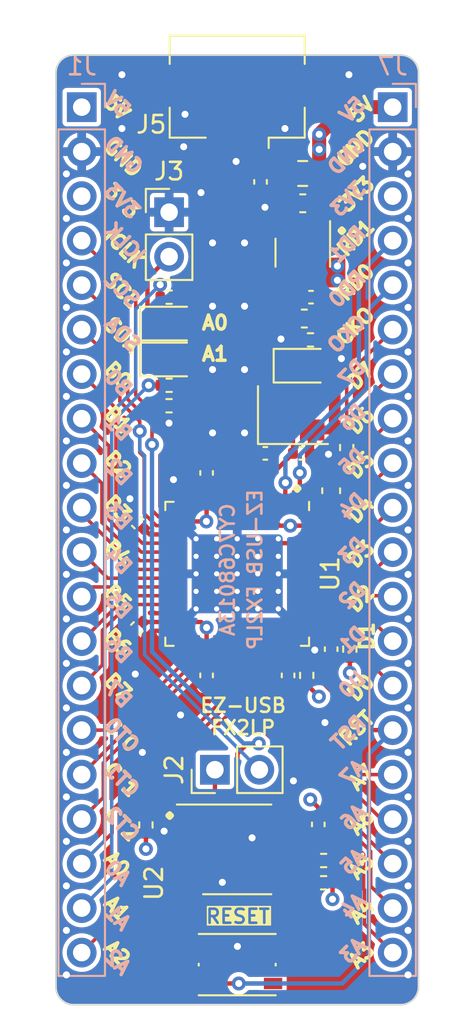
<source format=kicad_pcb>
(kicad_pcb (version 20221018) (generator pcbnew)
  (layers (0 "F.Cu" signal) (1 "In1.Cu" signal) (2 "In2.Cu" signal) (31 "B.Cu" signal) (34 "B.Paste" user) (35 "F.Paste" user) (36 "B.SilkS" user "B.Silkscreen") (37 "F.SilkS" user "F.Silkscreen") (38 "B.Mask" user) (39 "F.Mask" user) (44 "Edge.Cuts" user))
  (net 0 "")
  (net 1 "GND")
  (net 2 "Net-(U1-XTALOUT)")
  (net 3 "Net-(U1-XTALIN)")
  (net 4 "+3V3")
  (net 5 "+5V")
  (net 6 "/~{RESET}")
  (net 7 "Net-(D1-A)")
  (net 8 "Net-(D2-K)")
  (net 9 "Net-(D2-A)")
  (net 10 "Net-(D3-A)")
  (net 12 "VBUS")
  (net 13 "/D-")
  (net 14 "/D+")
  (net 15 "Net-(J2-Pin_1)")
  (net 16 "/SDA")
  (net 17 "Net-(U2-A0)")
  (net 18 "/SCL")
  (net 19 "/PA0")
  (net 20 "/PA1")
  (net 21 "/PA2")
  (net 22 "/WAKEUP")
  (net 23 "/RDY0")
  (net 24 "/RDY1")
  (net 25 "/IFCLK")
  (net 26 "/PB0")
  (net 27 "/PB1")
  (net 28 "/PB2")
  (net 29 "/PB3")
  (net 30 "/PB4")
  (net 31 "/PB5")
  (net 32 "/PB6")
  (net 33 "/PB7")
  (net 34 "/CTL0")
  (net 35 "/CTL1")
  (net 36 "/CTL2")
  (net 37 "/PA3")
  (net 38 "/PA4")
  (net 39 "/PA5")
  (net 40 "/PA6")
  (net 41 "/PA7")
  (net 42 "/CLKOUT")
  (net 43 "/PD0")
  (net 44 "/PD1")
  (net 45 "/PD2")
  (net 46 "/PD3")
  (net 47 "/PD4")
  (net 48 "/PD5")
  (net 49 "/PD6")
  (net 50 "/PD7")
  (net 51 "Net-(U1-CLKOUT)")
  (net 52 "Net-(U1-IFCLK)")
  (footprint "Package_TO_SOT_SMD:SOT-23-5" (layer "F.Cu") (at 149.8123 89.154 -90)
    (fp_text reference "U4" hide)
    (fp_text value "SPX3819M5-L-3-3")
  )
  (footprint "Capacitor_SMD:C_0402_1005Metric" (layer "F.Cu") (at 149.7304 100.6094 180)
    (fp_text reference "C1" hide)
    (fp_text value "14p")
  )
  (footprint "Resistor_SMD:R_0402_1005Metric" (layer "F.Cu") (at 151.003 125.1204 180)
    (fp_text reference "R2" hide)
    (fp_text value "2K2")
  )
  (footprint "Package_SO:SOIC-8_3.9x4.9mm_P1.27mm" (layer "F.Cu") (at 146.0624 123.2154)
    (fp_text reference "U2")
    (fp_text value "24LC64")
  )
  (footprint "Resistor_SMD:R_0402_1005Metric" (layer "F.Cu") (at 150.2523 94.1324 180)
    (fp_text reference "R4" hide)
    (fp_text value "1K")
  )
  (footprint "Resistor_SMD:R_0402_1005Metric" (layer "F.Cu") (at 142.1638 97.8916 180)
    (fp_text reference "R9" hide)
    (fp_text value "22")
  )
  (footprint "LED_SMD:LED_0805_2012Metric" (layer "F.Cu") (at 142.1892 93.2006)
    (fp_text reference "D2" hide)
    (fp_text value "RED")
  )
  (footprint "Capacitor_SMD:C_0402_1005Metric" (layer "F.Cu") (at 140.325789 110.575411 -135)
    (fp_text reference "C9" hide)
    (fp_text value "100n")
  )
  (footprint "Capacitor_SMD:C_0402_1005Metric" (layer "F.Cu") (at 150.2823 91.694 180)
    (fp_text reference "C18" hide)
    (fp_text value "100n")
  )
  (footprint "Capacitor_SMD:C_0402_1005Metric" (layer "F.Cu") (at 144.3124 113.284 -90)
    (fp_text reference "C6" hide)
    (fp_text value "100n")
  )
  (footprint "Fuse:Fuse_0805_2012Metric" (layer "F.Cu") (at 149.8069 84.6328 180)
    (fp_text reference "F1" hide)
    (fp_text value "500mA")
  )
  (footprint "Capacitor_SMD:C_0402_1005Metric" (layer "F.Cu") (at 144.3124 101.727 90)
    (fp_text reference "C4" hide)
    (fp_text value "100n")
  )
  (footprint "Resistor_SMD:R_0402_1005Metric" (layer "F.Cu") (at 152.5016 111.7854 90)
    (fp_text reference "R10" hide)
    (fp_text value "10K")
  )
  (footprint "Button_Switch_SMD:SW_Push_1P1T_NO_Vertical_Wuerth_434133025816" (layer "F.Cu") (at 146.0624 129.794)
    (fp_text reference "SW1" hide)
    (fp_text value "SW_Push")
  )
  (footprint "Package_DFN_QFN:QFN-56-1EP_8x8mm_P0.5mm_EP4.5x5.2mm_ThermalVias_TopTented" (layer "F.Cu") (at 146.0624 107.4862 -90)
    (fp_text reference "U1")
    (fp_text value "CY7C68013A-56LTX")
  )
  (footprint "Resistor_SMD:R_0402_1005Metric" (layer "F.Cu") (at 140.843 121.8204 90)
    (fp_text reference "R1" hide)
    (fp_text value "10K")
  )
  (footprint "Capacitor_SMD:C_0402_1005Metric" (layer "F.Cu") (at 148.971 113.284 -90)
    (fp_text reference "C13" hide)
    (fp_text value "100n")
  )
  (footprint "Capacitor_SMD:C_0603_1608Metric" (layer "F.Cu") (at 151.4348 102.743 90)
    (fp_text reference "C15" hide)
    (fp_text value "1u")
  )
  (footprint "Connector_USB:USB_Micro-B_Amphenol_10104110_Horizontal" (layer "F.Cu") (at 146.0624 80.929 180)
    (fp_text reference "J5")
    (fp_text value "USB_B_Micro")
  )
  (footprint "Capacitor_SMD:C_0603_1608Metric_Pad1.08x0.95mm_HandSolder" (layer "F.Cu") (at 149.8123 86.3346 180)
    (fp_text reference "C17" hide)
    (fp_text value "2u2")
  )
  (footprint "Resistor_SMD:R_0402_1005Metric" (layer "F.Cu") (at 142.1692 96.7232 180)
    (fp_text reference "R6" hide)
    (fp_text value "1K")
  )
  (footprint "Resistor_SMD:R_0402_1005Metric" (layer "F.Cu") (at 150.0378 113.284 90)
    (fp_text reference "R8" hide)
    (fp_text value "10K")
  )
  (footprint "Resistor_SMD:R_0402_1005Metric" (layer "F.Cu") (at 152.3238 100.2792 90)
    (fp_text reference "R7" hide)
    (fp_text value "22")
  )
  (footprint "Resistor_SMD:R_0402_1005Metric" (layer "F.Cu") (at 151.003 123.8504 180)
    (fp_text reference "R3" hide)
    (fp_text value "2K2")
  )
  (footprint "Capacitor_SMD:C_0402_1005Metric" (layer "F.Cu") (at 147.6704 100.6094)
    (fp_text reference "C2" hide)
    (fp_text value "14p")
  )
  (footprint "Connector_PinHeader_2.54mm:PinHeader_1x02_P2.54mm_Vertical" (layer "F.Cu") (at 144.7874 118.6688 90)
    (fp_text reference "J2")
    (fp_text value "Conn_01x02")
  )
  (footprint "Connector_PinHeader_2.54mm:PinHeader_1x02_P2.54mm_Vertical" (layer "F.Cu") (at 142.1692 86.8426)
    (fp_text reference "J3")
    (fp_text value "Conn_01x02")
  )
  (footprint "Capacitor_SMD:C_0402_1005Metric" (layer "F.Cu") (at 140.376589 104.562589 135)
    (fp_text reference "C7" hide)
    (fp_text value "100n")
  )
  (footprint "Capacitor_SMD:C_0402_1005Metric" (layer "F.Cu") (at 151.4348 111.7854 -90)
    (fp_text reference "C8" hide)
    (fp_text value "100n")
  )
  (footprint "LED_SMD:LED_0805_2012Metric" (layer "F.Cu") (at 142.1892 95.25)
    (fp_text reference "D3" hide)
    (fp_text value "RED")
  )
  (footprint "Resistor_SMD:R_0402_1005Metric" (layer "F.Cu") (at 142.1692 91.694 180)
    (fp_text reference "R5" hide)
    (fp_text value "1K")
  )
  (footprint "Crystal:Crystal_SMD_3225-4Pin_3.2x2.5mm" (layer "F.Cu") (at 149.2504 98.425)
    (fp_text reference "Y1" hide)
    (fp_text value "24MHz'")
  )
  (footprint "Capacitor_SMD:C_0402_1005Metric" (layer "F.Cu") (at 147.3962 85.1128 -90)
    (fp_text reference "C14" hide)
    (fp_text value "100n")
  )
  (footprint "Capacitor_SMD:C_0603_1608Metric_Pad1.08x0.95mm_HandSolder" (layer "F.Cu") (at 149.8998 92.9132 180)
    (fp_text reference "C19" hide)
    (fp_text value "4u7")
  )
  (footprint "Capacitor_SMD:C_0402_1005Metric" (layer "F.Cu") (at 150.6982 121.7904 -90)
    (fp_text reference "C3" hide)
    (fp_text value "100n")
  )
  (footprint "LED_SMD:LED_0805_2012Metric" (layer "F.Cu") (at 149.8323 95.6056)
    (fp_text reference "D1" hide)
    (fp_text value "GREEN")
  )
  (footprint "Connector_PinHeader_2.54mm:PinHeader_1x20_P2.54mm_Vertical" (layer "B.Cu") (at 137.1724 80.8466 180)
    (fp_text reference "J1")
    (fp_text value "Conn_01x20")
  )
  (footprint "Connector_PinHeader_2.54mm:PinHeader_1x20_P2.54mm_Vertical" (layer "B.Cu") (at 154.9524 80.8466 180)
    (fp_text reference "J7")
    (fp_text value "Conn_01x20")
  )
  (gr_arc (start 135.7004 78.8906) (mid 135.99798 78.17218) (end 136.7164 77.8746) (stroke (width 0.1)) (layer "Edge.Cuts"))
  (gr_line (start 136.7164 77.8746) (end 155.4084 77.8746) (stroke (width 0.1)) (layer "Edge.Cuts"))
  (gr_line (start 156.4244 78.8906) (end 156.4244 131.0626) (stroke (width 0.1)) (layer "Edge.Cuts"))
  (gr_arc (start 156.4244 131.0626) (mid 156.12682 131.78102) (end 155.4084 132.0786) (stroke (width 0.1)) (layer "Edge.Cuts"))
  (gr_line (start 135.7004 131.0626) (end 135.7004 78.8906) (stroke (width 0.1)) (layer "Edge.Cuts"))
  (gr_arc (start 136.7164 132.0786) (mid 135.99798 131.78102) (end 135.7004 131.0626) (stroke (width 0.1)) (layer "Edge.Cuts"))
  (gr_line (start 155.4084 132.0786) (end 136.7164 132.0786) (stroke (width 0.1)) (layer "Edge.Cuts"))
  (gr_arc (start 155.4084 77.8746) (mid 156.12682 78.17218) (end 156.4244 78.8906) (stroke (width 0.1)) (layer "Edge.Cuts"))
  (gr_text "A4" (at 153.6192 126.1872 45) (layer "B.SilkS") (effects (font (size 0.8 0.8) (thickness 0.2) bold) (justify left bottom mirror)))
  (gr_text "CT2" (at 140.00861 122.9614 -45) (layer "B.SilkS") (effects (font (size 0.8 0.8) (thickness 0.2) bold) (justify left bottom mirror)))
  (gr_text "D1" (at 153.6192 110.9472 45) (layer "B.SilkS") (effects (font (size 0.8 0.8) (thickness 0.2) bold) (justify left bottom mirror)))
  (gr_text "D3" (at 153.6192 105.8672 45) (layer "B.SilkS") (effects (font (size 0.8 0.8) (thickness 0.2) bold) (justify left bottom mirror)))
  (gr_text "GND" (at 153.6192 83.0072 45) (layer "B.SilkS") (effects (font (size 0.8 0.8) (thickness 0.2) bold) (justify left bottom mirror)))
  (gr_text "B3" (at 139.577612 105.1814 -45) (layer "B.SilkS") (effects (font (size 0.8 0.8) (thickness 0.2) bold) (justify left bottom mirror)))
  (gr_text "A6" (at 153.6192 121.1072 45) (layer "B.SilkS") (effects (font (size 0.8 0.8) (thickness 0.2) bold) (justify left bottom mirror)))
  (gr_text "3V3" (at 153.6192 85.5472 45) (layer "B.SilkS") (effects (font (size 0.8 0.8) (thickness 0.2) bold) (justify left bottom mirror)))
  (gr_text "CT1" (at 140.00861 120.4214 -45) (layer "B.SilkS") (effects (font (size 0.8 0.8) (thickness 0.2) bold) (justify left bottom mirror)))
  (gr_text "D2" (at 153.6192 108.4072 45) (layer "B.SilkS") (effects (font (size 0.8 0.8) (thickness 0.2) bold) (justify left bottom mirror)))
  (gr_text "RD0" (at 153.6192 90.6272 45) (layer "B.SilkS") (effects (font (size 0.8 0.8) (thickness 0.2) bold) (justify left bottom mirror)))
  (gr_text "SCL" (at 140.035548 92.4814 -45) (layer "B.SilkS") (effects (font (size 0.8 0.8) (thickness 0.2) bold) (justify left bottom mirror)))
  (gr_text "CKO" (at 153.6192 93.1672 45) (layer "B.SilkS") (effects (font (size 0.8 0.8) (thickness 0.2) bold) (justify left bottom mirror)))
  (gr_text "A3" (at 153.6192 128.7272 45) (layer "B.SilkS") (effects (font (size 0.8 0.8) (thickness 0.2) bold) (justify left bottom mirror)))
  (gr_text "A2" (at 139.4968 130.5814 -45) (layer "B.SilkS") (effects (font (size 0.8 0.8) (thickness 0.2) bold) (justify left bottom mirror)))
  (gr_text "D5" (at 153.6192 100.7872 45) (layer "B.SilkS") (effects (font (size 0.8 0.8) (thickness 0.2) bold) (justify left bottom mirror)))
  (gr_text "A0" (at 139.4968 125.5014 -45) (layer "B.SilkS") (effects (font (size 0.8 0.8) (thickness 0.2) bold) (justify left bottom mirror)))
  (gr_text "A5" (at 153.6192 123.6472 45) (layer "B.SilkS") (effects (font (size 0.8 0.8) (thickness 0.2) bold) (justify left bottom mirror)))
  (gr_text "B5" (at 139.577612 110.2614 -45) (layer "B.SilkS") (effects (font (size 0.8 0.8) (thickness 0.2) bold) (justify left bottom mirror)))
  (gr_text "B1" (at 139.577612 100.1014 -45) (layer "B.SilkS") (effects (font (size 0.8 0.8) (thickness 0.2) bold) (justify left bottom mirror)))
  (gr_text "B4" (at 139.577612 107.7214 -45) (layer "B.SilkS") (effects (font (size 0.8 0.8) (thickness 0.2) bold) (justify left bottom mirror)))
  (gr_text "D0" (at 153.6192 113.4872 45) (layer "B.SilkS") (effects (font (size 0.8 0.8) (thickness 0.2) bold) (justify left bottom mirror)))
  (gr_text "5V" (at 153.5938 80.7212 45) (layer "B.SilkS") (effects (font (size 0.8 0.8) (thickness 0.2) bold) (justify left bottom mirror)))
  (gr_text "A7" (at 153.6192 118.5672 45) (layer "B.SilkS") (effects (font (size 0.8 0.8) (thickness 0.2) bold) (justify left bottom mirror)))
  (gr_text "RST" (at 153.6192 116.0272 45) (layer "B.SilkS") (effects (font (size 0.8 0.8) (thickness 0.2) bold) (justify left bottom mirror)))
  (gr_text "SDA" (at 140.062485 95.0214 -45) (layer "B.SilkS") (effects (font (size 0.8 0.8) (thickness 0.2) bold) (justify left bottom mirror)))
  (gr_text "B7" (at 139.577612 115.3414 -45) (layer "B.SilkS") (effects (font (size 0.8 0.8) (thickness 0.2) bold) (justify left bottom mirror)))
  (gr_text "D7" (at 153.6192 95.7072 45) (layer "B.SilkS") (effects (font (size 0.8 0.8) (thickness 0.2) bold) (justify left bottom mirror)))
  (gr_text "B2" (at 139.577612 102.6414 -45) (layer "B.SilkS") (effects (font (size 0.8 0.8) (thickness 0.2) bold) (justify left bottom mirror)))
  (gr_text "5V" (at 139.4968 81.6102 -45) (layer "B.SilkS") (effects (font (size 0.8 0.8) (thickness 0.2) bold) (justify left bottom mirror)))
  (gr_text "B6" (at 139.577612 112.8014 -45) (layer "B.SilkS") (effects (font (size 0.8 0.8) (thickness 0.2) bold) (justify left bottom mirror)))
  (gr_text "B0" (at 139.577612 97.5614 -45) (layer "B.SilkS") (effects (font (size 0.8 0.8) (thickness 0.2) bold) (justify left bottom mirror)))
  (gr_text "EZ-USB FX2LP" (at 147.5486 102.578 90) (layer "B.SilkS") (effects (font (size 0.8 0.8)) (justify left bottom mirror)))
  (gr_text "A1" (at 139.4968 128.0414 -45) (layer "B.SilkS") (effects (font (size 0.8 0.8) (thickness 0.2) bold) (justify left bottom mirror)))
  (gr_text "CY7C68013A" (at 145.9738 103.378 90) (layer "B.SilkS") (effects (font (size 0.8 0.8)) (justify left bottom mirror)))
  (gr_text "RD1" (at 153.6192 88.0872 45) (layer "B.SilkS") (effects (font (size 0.8 0.8) (thickness 0.2) bold) (justify left bottom mirror)))
  (gr_text "ICLK" (at 140.331859 89.9414 -45) (layer "B.SilkS") (effects (font (size 0.8 0.8) (thickness 0.2) bold) (justify left bottom mirror)))
  (gr_text "D6" (at 153.6192 98.2472 45) (layer "B.SilkS") (effects (font (size 0.8 0.8) (thickness 0.2) bold) (justify left bottom mirror)))
  (gr_text "3V3" (at 140.035548 87.4014 -45) (layer "B.SilkS") (effects (font (size 0.8 0.8) (thickness 0.2) bold) (justify left bottom mirror)))
  (gr_text "GND" (at 140.197172 84.8614 -45) (layer "B.SilkS") (effects (font (size 0.8 0.8) (thickness 0.2) bold) (justify left bottom mirror)))
  (gr_text "D4" (at 153.6192 103.3272 45) (layer "B.SilkS") (effects (font (size 0.8 0.8) (thickness 0.2) bold) (justify left bottom mirror)))
  (gr_text "CT0" (at 140.00861 117.8814 -45) (layer "B.SilkS") (effects (font (size 0.8 0.8) (thickness 0.2) bold) (justify left bottom mirror)))
  (gr_text "B3" (at 138.2522 103.4542 315) (layer "F.SilkS") (effects (font (size 0.8 0.8) (thickness 0.2) bold) (justify left bottom)))
  (gr_text "A2" (at 138.2522 128.8542 315) (layer "F.SilkS") (effects (font (size 0.8 0.8) (thickness 0.2) bold) (justify left bottom)))
  (gr_text "B0" (at 138.2522 95.8342 315) (layer "F.SilkS") (effects (font (size 0.8 0.8) (thickness 0.2) bold) (justify left bottom)))
  (gr_text "A1" (at 143.9418 95.4024) (layer "F.SilkS") (effects (font (size 0.8 0.8) (thickness 0.2) bold) (justify left bottom)))
  (gr_text "." (at 151.3723 88.254) (layer "F.SilkS") (effects (font (size 2 2) (thickness 0.3) bold) (justify left bottom)))
  (gr_text "3V3" (at 152.358424 87.0204 45) (layer "F.SilkS") (effects (font (size 0.8 0.8) (thickness 0.2) bold) (justify left bottom)))
  (gr_text "5V" (at 152.897172 81.9404 45) (layer "F.SilkS") (effects (font (size 0.8 0.8) (thickness 0.2) bold) (justify left bottom)))
  (gr_text "FX2LP" (at 144.4752 116.7384) (layer "F.SilkS") (effects (font (size 0.8 0.8)) (justify left bottom)))
  (gr_text "CT2" (at 138.2522 121.2342 315) (layer "F.SilkS") (effects (font (size 0.8 0.8) (thickness 0.2) bold) (justify left bottom)))
  (gr_text "." (at 141.5288 121.6406) (layer "F.SilkS") (effects (font (size 2 2) (thickness 0.3) bold) (justify left bottom)))
  (gr_text "A7" (at 152.897172 120.0404 45) (layer "F.SilkS") (effects (font (size 0.8 0.8) (thickness 0.2) bold) (justify left bottom)))
  (gr_text "B1" (at 138.2522 98.3742 315) (layer "F.SilkS") (effects (font (size 0.8 0.8) (thickness 0.2) bold) (justify left bottom)))
  (gr_text "B5" (at 138.2522 108.5342 315) (layer "F.SilkS") (effects (font (size 0.8 0.8) (thickness 0.2) bold) (justify left bottom)))
  (gr_text "A3" (at 152.897172 130.2004 45) (layer "F.SilkS") (effects (font (size 0.8 0.8) (thickness 0.2) bold) (justify left bottom)))
  (gr_text "A0" (at 138.2522 123.7742 315) (layer "F.SilkS") (effects (font (size 0.8 0.8) (thickness 0.2) bold) (justify left bottom)))
  (gr_text "3V3" (at 138.2522 85.6742 315) (layer "F.SilkS") (effects (font (size 0.8 0.8) (thickness 0.2) bold) (justify left bottom)))
  (gr_text "RD1" (at 152.250675 89.5604 45) (layer "F.SilkS") (effects (font (size 0.8 0.8) (thickness 0.2) bold) (justify left bottom)))
  (gr_text "A1" (at 138.2522 126.3142 315) (layer "F.SilkS") (effects (font (size 0.8 0.8) (thickness 0.2) bold) (justify left bottom)))
  (gr_text "D6" (at 152.81636 99.7204 45) (layer "F.SilkS") (effects (font (size 0.8 0.8) (thickness 0.2) bold) (justify left bottom)))
  (gr_text "B6" (at 138.2522 111.0742 315) (layer "F.SilkS") (effects (font (size 0.8 0.8) (thickness 0.2) bold) (justify left bottom)))
  (gr_text "SCL" (at 138.2522 90.7542 315) (layer "F.SilkS") (effects (font (size 0.8 0.8) (thickness 0.2) bold) (justify left bottom)))
  (gr_text "B4" (at 138.2522 105.9942 315) (layer "F.SilkS") (effects (font (size 0.8 0.8) (thickness 0.2) bold) (justify left bottom)))
  (gr_text "A6" (at 152.897172 122.5804 45) (layer "F.SilkS") (effects (font (size 0.8 0.8) (thickness 0.2) bold) (justify left bottom)))
  (gr_text "D7" (at 152.81636 97.1804 45) (layer "F.SilkS") (effects (font (size 0.8 0.8) (thickness 0.2) bold) (justify left bottom)))
  (gr_text "RST" (at 152.385362 117.5004 45) (layer "F.SilkS") (effects (font (size 0.8 0.8) (thickness 0.2) bold) (justify left bottom)))
  (gr_text "RD0" (at 152.250675 92.1004 45) (layer "F.SilkS") (effects (font (size 0.8 0.8) (thickness 0.2) bold) (justify left bottom)))
  (gr_text "A0" (at 143.9418 93.6244) (layer "F.SilkS") (effects (font (size 0.8 0.8) (thickness 0.2) bold) (justify left bottom)))
  (gr_text "D0" (at 152.81636 114.9604 45) (layer "F.SilkS") (effects (font (size 0.8 0.8) (thickness 0.2) bold) (justify left bottom)))
  (gr_text "GND" (at 152.1968 84.4804 45) (layer "F.SilkS") (effects (font (size 0.8 0.8) (thickness 0.2) bold) (justify left bottom)))
  (gr_text "A5" (at 152.897172 125.1204 45) (layer "F.SilkS") (effects (font (size 0.8 0.8) (thickness 0.2) bold) (justify left bottom)))
  (gr_text "5V" (at 138.2522 80.5942 -45) (layer "F.SilkS") (effects (font (size 0.8 0.8) (thickness 0.2) bold) (justify left bottom)))
  (gr_text "GND" (at 138.2522 83.1342 315) (layer "F.SilkS") (effects (font (size 0.8 0.8) (thickness 0.2) bold) (justify left bottom)))
  (gr_text "D2" (at 152.81636 109.8804 45) (layer "F.SilkS") (effects (font (size 0.8 0.8) (thickness 0.2) bold) (justify left bottom)))
  (gr_text "CT0" (at 138.2522 116.1542 315) (layer "F.SilkS") (effects (font (size 0.8 0.8) (thickness 0.2) bold) (justify left bottom)))
  (gr_text "B2" (at 138.2522 100.9142 315) (layer "F.SilkS") (effects (font (size 0.8 0.8) (thickness 0.2) bold) (justify left bottom)))
  (gr_text "RESET" (at 144.1958 127.508) (layer "F.SilkS" knockout) (effects (font (size 0.8 0.8)) (justify left bottom)))
  (gr_text "CT1" (at 138.2522 118.6942 315) (layer "F.SilkS") (effects (font (size 0.8 0.8) (thickness 0.2) bold) (justify left bottom)))
  (gr_text "D1" (at 153.9494 111.9632 90) (layer "F.SilkS") (effects (font (size 0.8 0.8) (thickness 0.2) bold) (justify left bottom)))
  (gr_text "D3" (at 152.81636 107.3404 45) (layer "F.SilkS") (effects (font (size 0.8 0.8) (thickness 0.2) bold) (justify left bottom)))
  (gr_text "SDA" (at 138.2522 93.2942 315) (layer "F.SilkS") (effects (font (size 0.8 0.8) (thickness 0.2) bold) (justify left bottom)))
  (gr_text "D4" (at 152.81636 104.8004 45) (layer "F.SilkS") (effects (font (size 0.8 0.8) (thickness 0.2) bold) (justify left bottom)))
  (gr_text "ICLK" (at 138.2522 88.2142 315) (layer "F.SilkS") (effects (font (size 0.8 0.8) (thickness 0.2) bold) (justify left bottom)))
  (gr_text "EZ-USB" (at 143.865676 115.4684) (layer "F.SilkS") (effects (font (size 0.8 0.8)) (justify left bottom)))
  (gr_text "A4" (at 152.897172 127.6604 45) (layer "F.SilkS") (effects (font (size 0.8 0.8) (thickness 0.2) bold) (justify left bottom)))
  (gr_text "D5" (at 152.81636 102.2604 45) (layer "F.SilkS") (effects (font (size 0.8 0.8) (thickness 0.2) bold) (justify left bottom)))
  (gr_text "." (at 148.8186 102.9716) (layer "F.SilkS") (effects (font (size 2 2) (thickness 0.3) bold) (justify left bottom)))
  (gr_text "B7" (at 138.2522 113.6142 315) (layer "F.SilkS") (effects (font (size 0.8 0.8) (thickness 0.2) bold) (justify left bottom)))
  (gr_text "CKO" (at 152.1968 94.6404 45) (layer "F.SilkS") (effects (font (size 0.8 0.8) (thickness 0.2) bold) (justify left bottom)))
  (segment (start 146.4818 101.5238) (end 146.4818 99.441) (width 0.25) (layer "F.Cu") (net 1))
  (segment (start 149.8123 88.0165) (end 149.8123 87.1971) (width 0.6) (layer "F.Cu") (net 1))
  (segment (start 148.8124 109.8862) (end 148.4124 109.4862) (width 0.25) (layer "F.Cu") (net 1))
  (segment (start 144.8124 103.5487) (end 144.8124 102.736) (width 0.25) (layer "F.Cu") (net 1))
  (segment (start 146.8124 103.5487) (end 146.8124 101.8544) (width 0.25) (layer "F.Cu") (net 1))
  (segment (start 142.8124 103.5487) (end 142.8124 102.909) (width 0.25) (layer "F.Cu") (net 1))
  (segment (start 149.9999 105.7362) (end 147.8124 105.7362) (width 0.25) (layer "F.Cu") (net 1))
  (segment (start 142.1249 109.7362) (end 143.4624 109.7362) (width 0.25) (layer "F.Cu") (net 1))
  (segment (start 143.4624 109.7362) (end 143.7124 109.4862) (width 0.25) (layer "F.Cu") (net 1))
  (segment (start 142.8124 102.909) (end 142.4178 102.5144) (width 0.25) (layer "F.Cu") (net 1))
  (segment (start 143.8122 101.247) (end 144.3124 101.247) (width 0.25) (layer "F.Cu") (net 1))
  (segment (start 144.808 101.247) (end 144.3124 101.247) (width 0.25) (layer "F.Cu") (net 1))
  (segment (start 140.037178 104.223178) (end 139.9286 104.1146) (width 0.5) (layer "F.Cu") (net 1))
  (segment (start 142.4178 102.5144) (end 142.4178 102.108) (width 0.25) (layer "F.Cu") (net 1))
  (segment (start 148.8124 111.4237) (end 148.8124 109.8862) (width 0.25) (layer "F.Cu") (net 1))
  (segment (start 143.8124 103.5487) (end 143.8124 102.6898) (width 0.25) (layer "F.Cu") (net 1))
  (segment (start 143.6116 102.489) (end 143.6116 101.4476) (width 0.25) (layer "F.Cu") (net 1))
  (segment (start 144.9874 102.561) (end 144.9874 101.4264) (width 0.25) (layer "F.Cu") (net 1))
  (segment (start 142.1249 110.7362) (end 142.1249 111.3163) (width 0.25) (layer "F.Cu") (net 1))
  (segment (start 149.8123 87.1971) (end 148.9498 86.3346) (width 0.6) (layer "F.Cu") (net 1))
  (segment (start 146.8124 101.8544) (end 146.4818 101.5238) (width 0.25) (layer "F.Cu") (net 1))
  (segment (start 144.8124 102.736) (end 144.9874 102.561) (width 0.25) (layer "F.Cu") (net 1))
  (segment (start 144.9874 101.4264) (end 144.808 101.247) (width 0.25) (layer "F.Cu") (net 1))
  (segment (start 143.8124 102.6898) (end 143.6116 102.489) (width 0.25) (layer "F.Cu") (net 1))
  (segment (start 147.8124 105.7362) (end 146.0624 107.4862) (width 0.25) (layer "F.Cu") (net 1))
  (segment (start 139.9286 104.1146) (end 139.9286 103.2002) (width 0.5) (layer "F.Cu") (net 1))
  (segment (start 142.1249 111.3163) (end 140.2334 113.2078) (width 0.25) (layer "F.Cu") (net 1))
  (segment (start 143.6116 101.4476) (end 143.8122 101.247) (width 0.25) (layer "F.Cu") (net 1))
  (via (at 136.2964 102.4382) (size 0.8) (drill 0.4) (layers "F.Cu" "B.Cu") (net 1))
  (via (at 142.4178 102.108) (size 0.8) (drill 0.4) (layers "F.Cu" "B.Cu") (net 1))
  (via (at 136.2964 92.2782) (size 0.8) (drill 0.4) (layers "F.Cu" "B.Cu") (net 1))
  (via (at 136.2964 94.8182) (size 0.8) (drill 0.4) (layers "F.Cu" "B.Cu") (net 1))
  (via (at 155.829 112.5982) (size 0.8) (drill 0.4) (layers "F.Cu" "B.Cu") (net 1))
  (via (at 155.829 125.2982) (size 0.8) (drill 0.4) (layers "F.Cu" "B.Cu") (net 1))
  (via (at 144.653 99.441) (size 0.8) (drill 0.4) (layers "F.Cu" "B.Cu") (net 1))
  (via (at 136.2964 104.9782) (size 0.8) (drill 0.4) (layers "F.Cu" "B.Cu") (net 1))
  (via (at 145.9992 83.947) (size 0.8) (drill 0.4) (layers "F.Cu" "B.Cu") (net 1))
  (via (at 155.829 110.0582) (size 0.8) (drill 0.4) (layers "F.Cu" "B.Cu") (net 1))
  (via (at 152.019 95.1992) (size 0.8) (drill 0.4) (layers "F.Cu" "B.Cu") (net 1))
  (via (at 136.2964 117.6782) (size 0.8) (drill 0.4) (layers "F.Cu" "B.Cu") (net 1))
  (via (at 139.9286 103.2002) (size 0.8) (drill 0.4) (layers "F.Cu" "B.Cu") (net 1))
  (via (at 136.2964 89.7382) (size 0.8) (drill 0.4) (layers "F.Cu" "B.Cu") (net 1))
  (via (at 144.653 95.825732) (size 0.8) (drill 0.4) (layers "F.Cu" "B.Cu") (net 1))
  (via (at 144.653 88.5952) (size 0.8) (drill 0.4) (layers "F.Cu" "B.Cu") (net 1))
  (via (at 155.829 89.7382) (size 0.8) (drill 0.4) (layers "F.Cu" "B.Cu") (net 1))
  (via (at 146.4818 95.825732) (size 0.8) (drill 0.4) (layers "F.Cu" "B.Cu") (net 1))
  (via (at 155.829 94.8182) (size 0.8) (drill 0.4) (layers "F.Cu" "B.Cu") (net 1))
  (via (at 155.829 87.1982) (size 0.8) (drill 0.4) (layers "F.Cu" "B.Cu") (net 1))
  (via (at 155.829 117.6782) (size 0.8) (drill 0.4) (layers "F.Cu" "B.Cu") (net 1))
  (via (at 136.2964 107.5182) (size 0.8) (drill 0.4) (layers "F.Cu" "B.Cu") (net 1))
  (via (at 155.829 104.9782) (size 0.8) (drill 0.4) (layers "F.Cu" "B.Cu") (net 1))
  (via (at 152.4508 78.994) (size 0.8) (drill 0.4) (layers "F.Cu" "B.Cu") (net 1))
  (via (at 136.2964 112.5982) (size 0.8) (drill 0.4) (layers "F.Cu" "B.Cu") (net 1))
  (via (at 151.2824 100.6602) (size 0.8) (drill 0.4) (layers "F.Cu" "B.Cu") (net 1))
  (via (at 136.2964 87.1982) (size 0.8) (drill 0.4) (layers "F.Cu" "B.Cu") (net 1))
  (via (at 148.5646 94.0816) (size 0.8) (drill 0.4) (layers "F.Cu" "B.Cu") (net 1))
  (via (at 136.2964 122.7582) (size 0.8) (drill 0.4) (layers "F.Cu" "B.Cu") (net 1))
  (via (at 155.829 92.2782) (size 0.8) (drill 0.4) (layers "F.Cu" "B.Cu") (net 1))
  (via (at 136.2964 130.3782) (size 0.8) (drill 0.4) (layers "F.Cu" "B.Cu") (net 1))
  (via (at 148.7932 82.0674) (size 0.8) (drill 0.4) (layers "F.Cu" "B.Cu") (net 1))
  (via (at 147.6502 86.5632) (size 0.8) (drill 0.4) (layers "F.Cu" "B.Cu") (net 1))
  (via (at 140.6398 117.6782) (size 0.8) (drill 0.4) (layers "F.Cu" "B.Cu") (net 1))
  (via (at 146.9136 122.555) (size 0.8) (drill 0.4) (layers "F.Cu" "B.Cu") (net 1))
  (via (at 143.0782 81.2546) (size 0.8) (drill 0.4) (layers "F.Cu" "B.Cu") (net 1))
  (via (at 155.829 107.5182) (size 0.8) (drill 0.4) (layers "F.Cu" "B.Cu") (net 1))
  (via (at 136.2964 125.2982) (size 0.8) (drill 0.4) (layers "F.Cu" "B.Cu") (net 1))
  (via (at 144.653 92.210466) (size 0.8) (drill 0.4) (layers "F.Cu" "B.Cu") (net 1))
  (via (at 146.4818 99.441) (size 0.8) (drill 0.4) (layers "F.Cu" "B.Cu") (net 1))
  (via (at 136.2964 97.3582) (size 0.8) (drill 0.4) (layers "F.Cu" "B.Cu") (net 1))
  (via (at 136.2964 84.6582) (size 0.8) (drill 0.4) (layers "F.Cu" "B.Cu") (net 1))
  (via (at 146.0754 128.7526) (size 0.8) (drill 0.4) (layers "F.Cu" "B.Cu") (net 1))
  (via (at 155.829 120.2182) (size 0.8) (drill 0.4) (layers "F.Cu" "B.Cu") (net 1))
  (via (at 141.8844 122.174) (size 0.8) (drill 0.4) (layers "F.Cu" "B.Cu") (net 1))
  (via (at 136.2964 110.0582) (size 0.8) (drill 0.4) (layers "F.Cu" "B.Cu") (net 1))
  (via (at 143.9926 85.725) (size 0.8) (drill 0.4) (layers "F.Cu" "B.Cu") (net 1))
  (via (at 146.4818 88.5952) (size 0.8) (drill 0.4) (layers "F.Cu" "B.Cu") (net 1))
  (via (at 140.2334 113.2078) (size 0.8) (drill 0.4) (layers "F.Cu" "B.Cu") (net 1))
  (via (at 149.2758 119.3038) (size 0.8) (drill 0.4) (layers "F.Cu" "B.Cu") (net 1))
  (via (at 153.2382 84.2264) (size 0.8) (drill 0.4) (layers "F.Cu" "B.Cu") (net 1))
  (via (at 136.2964 115.1382) (size 0.8) (drill 0.4) (layers "F.Cu" "B.Cu") (net 1))
  (via (at 139.4714 78.994) (size 0.8) (drill 0.4) (layers "F.Cu" "B.Cu") (net 1))
  (via (at 151.0792 115.9764) (size 0.8) (drill 0.4) (layers "F.Cu" "B.Cu") (net 1))
  (via (at 155.829 102.4382) (size 0.8) (drill 0.4) (layers "F.Cu" "B.Cu") (net 1))
  (via (at 155.829 84.6582) (size 0.8) (drill 0.4) (layers "F.Cu" "B.Cu") (net 1))
  (via (at 155.829 127.8382) (size 0.8) (drill 0.4) (layers "F.Cu" "B.Cu") (net 1))
  (via (at 142.8242 115.5446) (size 0.8) (drill 0.4) (layers "F.Cu" "B.Cu") (net 1))
  (via (at 143.002 83.1088) (size 0.8) (drill 0.4) (layers "F.Cu" "B.Cu") (net 1))
  (via (at 155.829 115.1382) (size 0.8) (drill 0.4) (layers "F.Cu" "B.Cu") (net 1))
  (via (at 139.4714 82.0674) (size 0.8) (drill 0.4) (layers "F.Cu" "B.Cu") (net 1))
  (via (at 155.829 122.7582) (size 0.8) (drill 0.4) (layers "F.Cu" "B.Cu") (net 1))
  (via (at 155.829 99.8982) (size 0.8) (drill 0.4) (layers "F.Cu" "B.Cu") (net 1))
  (via (at 136.2964 120.2182) (size 0.8) (drill 0.4) (layers "F.Cu" "B.Cu") (net 1))
  (via (at 136.2964 127.8382) (size 0.8) (drill 0.4) (layers "F.Cu" "B.Cu") (net 1))
  (via (at 136.2964 99.8982) (size 0.8) (drill 0.4) (layers "F.Cu" "B.Cu") (net 1))
  (via (at 142.1638 98.8822) (size 0.8) (drill 0.4) (layers "F.Cu" "B.Cu") (net 1))
  (via (at 155.829 130.3782) (size 0.8) (drill 0.4) (layers "F.Cu" "B.Cu") (net 1))
  (via (at 150.495 111.8362) (size 0.8) (drill 0.4) (layers "F.Cu" "B.Cu") (net 1))
  (via (at 155.829 97.3582) (size 0.8) (drill 0.4) (layers "F.Cu" "B.Cu") (net 1))
  (via (at 146.4818 92.210466) (size 0.8) (drill 0.4) (layers "F.Cu" "B.Cu") (net 1))
  (via (at 145.2118 125.095) (size 0.8) (drill 0.4) (layers "F.Cu" "B.Cu") (net 1))
  (segment (start 150.1004 97.575) (end 150.3504 97.575) (width 0.25) (layer "F.Cu") (net 2))
  (segment (start 147.8124 102.0474) (end 149.2504 100.6094) (width 0.25) (layer "F.Cu") (net 2))
  (segment (start 147.8124 103.5487) (end 147.8124 102.0474) (width 0.25) (layer "F.Cu") (net 2))
  (segment (start 149.2504 100.6094) (end 149.2504 98.425) (width 0.25) (layer "F.Cu") (net 2))
  (segment (start 149.2504 98.425) (end 150.1004 97.575) (width 0.25) (layer "F.Cu") (net 2))
  (segment (start 147.3124 101.455009) (end 148.1504 100.617009) (width 0.25) (layer "F.Cu") (net 3))
  (segment (start 148.1504 100.6094) (end 148.1504 99.275) (width 0.25) (layer "F.Cu") (net 3))
  (segment (start 148.1504 100.617009) (end 148.1504 100.6094) (width 0.25) (layer "F.Cu") (net 3))
  (segment (start 147.3124 103.5487) (end 147.3124 101.455009) (width 0.25) (layer "F.Cu") (net 3))
  (segment (start 148.3124 104.134208) (end 148.3124 104.5446) (width 0.25) (layer "F.Cu") (net 4))
  (segment (start 140.843 122.3304) (end 140.843 123.19) (width 0.25) (layer "F.Cu") (net 4))
  (segment (start 148.496408 104.7362) (end 148.308604 104.548396) (width 0.25) (layer "F.Cu") (net 4))
  (segment (start 150.6982 120.8278) (end 150.241 120.3706) (width 0.25) (layer "F.Cu") (net 4))
  (segment (start 144.3124 111.4237) (end 144.3124 110.552002) (width 0.25) (layer "F.Cu") (net 4))
  (segment (start 152.5016 112.2954) (end 151.5116 111.3054) (width 0.25) (layer "F.Cu") (net 4))
  (segment (start 150.8656 110.7362) (end 151.4348 111.3054) (width 0.25) (layer "F.Cu") (net 4))
  (segment (start 149.9999 104.7362) (end 148.496408 104.7362) (width 0.25) (layer "F.Cu") (net 4))
  (segment (start 141.0502 105.2362) (end 140.716 104.902) (width 0.25) (layer "F.Cu") (net 4))
  (segment (start 142.7694 105.2362) (end 143.51 104.4956) (width 0.25) (layer "F.Cu") (net 4))
  (segment (start 150.7623 91.694) (end 150.7623 92.9132) (width 0.6) (layer "F.Cu") (net 4))
  (segment (start 149.9999 110.7362) (end 150.8656 110.7362) (width 0.25) (layer "F.Cu") (net 4))
  (segment (start 148.3124 104.134208) (end 148.3124 103.5487) (width 0.25) (layer "F.Cu") (net 4))
  (segment (start 143.51 104.4956) (end 144.2974 104.4956) (width 0.25) (layer "F.Cu") (net 4))
  (segment (start 148.103408 104.3432) (end 148.3124 104.134208) (width 0.25) (layer "F.Cu") (net 4))
  (segment (start 150.6982 121.3104) (end 150.6982 120.8278) (width 0.25) (layer "F.Cu") (net 4))
  (segment (start 144.3124 103.5487) (end 144.3124 104.4806) (width 0.25) (layer "F.Cu") (net 4))
  (segment (start 150.7623 90.2915) (end 150.7623 91.694) (width 0.6) (layer "F.Cu") (net 4))
  (segment (start 152.5016 112.2954) (end 152.5016 113.1316) (width 0.25) (layer "F.Cu") (net 4))
  (segment (start 148.308604 104.548396) (end 148.103408 104.3432) (width 0.25) (layer "F.Cu") (net 4))
  (segment (start 142.1249 105.2362) (end 142.7694 105.2362) (width 0.25) (layer "F.Cu") (net 4))
  (segment (start 150.7623 94.1324) (end 150.7623 92.9132) (width 0.25) (layer "F.Cu") (net 4))
  (segment (start 151.513 126.0582) (end 151.511 126.0602) (width 0.25) (layer "F.Cu") (net 4))
  (segment (start 149.9999 104.7362) (end 150.991 104.7362) (width 0.25) (layer "F.Cu") (net 4))
  (segment (start 142.1249 110.2362) (end 140.6654 110.2362) (width 0.25) (layer "F.Cu") (net 4))
  (segment (start 142.1249 105.2362) (end 141.0502 105.2362) (width 0.25) (layer "F.Cu") (net 4))
  (segment (start 151.5116 111.3054) (end 151.4348 111.3054) (width 0.25) (layer "F.Cu") (net 4))
  (segment (start 150.0378 113.794) (end 150.0378 113.798598) (width 0.25) (layer "F.Cu") (net 4))
  (segment (start 151.513 123.8504) (end 151.513 125.1204) (width 0.25) (layer "F.Cu") (net 4))
  (segment (start 144.3124 104.4806) (end 144.2974 104.4956) (width 0.25) (layer "F.Cu") (net 4))
  (segment (start 140.6654 110.2362) (end 140.6652 110.236) (width 0.25) (layer "F.Cu") (net 4))
  (segment (start 150.991 104.7362) (end 151.4348 104.2924) (width 0.25) (layer "F.Cu") (net 4))
  (segment (start 144.3124 110.552002) (end 144.313482 110.55092) (width 0.25) (layer "F.Cu") (net 4))
  (segment (start 151.4348 104.2924) (end 151.4348 103.518) (width 0.25) (layer "F.Cu") (net 4))
  (segment (start 150.6982 121.3104) (end 148.5374 121.3104) (width 0.25) (layer "F.Cu") (net 4))
  (segment (start 148.3124 104.5446) (end 148.308604 104.548396) (width 0.25) (layer "F.Cu") (net 4))
  (segment (start 144.3124 112.804) (end 144.3124 111.4237) (width 0.25) (layer "F.Cu") (net 4))
  (segment (start 144.3124 102.207) (end 144.3124 103.5487) (width 0.25) (layer "F.Cu") (net 4))
  (segment (start 146.621392 104.3432) (end 148.103408 104.3432) (width 0.25) (layer "F.Cu") (net 4))
  (segment (start 142.1249 110.2362) (end 143.998762 110.2362) (width 0.25) (layer "F.Cu") (net 4))
  (segment (start 143.998762 110.2362) (end 144.313482 110.55092) (width 0.25) (layer "F.Cu") (net 4))
  (segment (start 146.3124 104.034208) (end 146.621392 104.3432) (width 0.25) (layer "F.Cu") (net 4))
  (segment (start 146.3124 103.5487) (end 146.3124 104.034208) (width 0.25) (layer "F.Cu") (net 4))
  (segment (start 150.0378 113.798598) (end 150.733001 114.493799) (width 0.25) (layer "F.Cu") (net 4))
  (segment (start 151.513 125.1204) (end 151.513 126.0582) (width 0.25) (layer "F.Cu") (net 4))
  (via (at 140.843 123.19) (size 0.8) (drill 0.4) (layers "F.Cu" "B.Cu") (net 4))
  (via (at 144.313482 110.55092) (size 0.8) (drill 0.4) (layers "F.Cu" "B.Cu") (net 4))
  (via (at 152.5016 113.1316) (size 0.8) (drill 0.4) (layers "F.Cu" "B.Cu") (net 4))
  (via (at 144.2974 104.4956) (size 0.8) (drill 0.4) (layers "F.Cu" "B.Cu") (net 4))
  (via (at 151.511 126.0602) (size 0.8) (drill 0.4) (layers "F.Cu" "B.Cu") (net 4))
  (via (at 151.7904 89.916) (size 0.8) (drill 0.4) (layers "F.Cu" "B.Cu") (net 4))
  (via (at 151.7904 90.7288) (size 0.8) (drill 0.4) (layers "F.Cu" "B.Cu") (net 4))
  (via (at 149.098 104.7362) (size 0.8) (drill 0.4) (layers "F.Cu" "B.Cu") (net 4))
  (via (at 150.733001 114.493799) (size 0.8) (drill 0.4) (layers "F.Cu" "B.Cu") (net 4))
  (via (at 150.241 120.3706) (size 0.8) (drill 0.4) (layers "F.Cu" "B.Cu") (net 4))
  (segment (start 150.7444 85.568) (end 150.749 85.5726) (width 0.4) (layer "F.Cu") (net 5))
  (segment (start 152.3 80.8466) (end 154.9524 80.8466) (width 0.8) (layer "F.Cu") (net 5))
  (segment (start 150.749 84.6282) (end 150.7444 84.6328) (width 0.8) (layer "F.Cu") (net 5))
  (segment (start 150.136051 89.027) (end 150.7623 88.400751) (width 0.25) (layer "F.Cu") (net 5))
  (segment (start 150.7623 88.400751) (end 150.7623 88.0165) (width 0.25) (layer "F.Cu") (net 5))
  (segment (start 149.488549 89.027) (end 150.136051 89.027) (width 0.25) (layer "F.Cu") (net 5))
  (segment (start 150.7444 86.265) (end 150.6748 86.3346) (width 0.4) (layer "F.Cu") (net 5))
  (segment (start 150.7623 88.0165) (end 150.7623 86.4221) (width 0.6) (layer "F.Cu") (net 5))
  (segment (start 150.749 82.3976) (end 150.749 84.6282) (width 0.8) (layer "F.Cu") (net 5))
  (segment (start 150.7623 86.4221) (end 150.6748 86.3346) (width 0.6) (layer "F.Cu") (net 5))
  (segment (start 148.8623 88.0165) (end 148.8623 88.400751) (width 0.25) (layer "F.Cu") (net 5))
  (segment (start 150.749 82.3976) (end 152.3 80.8466) (width 0.8) (layer "F.Cu") (net 5))
  (segment (start 150.749 85.5726) (end 150.7444 85.5772) (width 0.4) (layer "F.Cu") (net 5))
  (segment (start 150.7444 85.5772) (end 150.7444 86.265) (width 0.4) (layer "F.Cu") (net 5))
  (segment (start 148.8623 88.400751) (end 149.488549 89.027) (width 0.25) (layer "F.Cu") (net 5))
  (segment (start 150.7444 84.6328) (end 150.7444 85.568) (width 0.4) (layer "F.Cu") (net 5))
  (via (at 150.749 83.2612) (size 0.8) (drill 0.4) (layers "F.Cu" "B.Cu") (net 5))
  (via (at 150.749 82.3976) (size 0.8) (drill 0.4) (layers "F.Cu" "B.Cu") (net 5))
  (segment (start 150.0078 112.804) (end 150.0378 112.774) (width 0.25) (layer "F.Cu") (net 6))
  (segment (start 148.971 112.395) (end 148.971 112.804) (width 0.25) (layer "F.Cu") (net 6))
  (segment (start 150.0378 112.774) (end 153.6704 116.4066) (width 0.25) (layer "F.Cu") (net 6))
  (segment (start 148.971 112.804) (end 150.0078 112.804) (width 0.25) (layer "F.Cu") (net 6))
  (segment (start 149.3124 111.4237) (end 149.3124 112.0536) (width 0.25) (layer "F.Cu") (net 6))
  (segment (start 153.6704 116.4066) (end 154.9524 116.4066) (width 0.25) (layer "F.Cu") (net 6))
  (segment (start 149.3124 112.0536) (end 148.971 112.395) (width 0.25) (layer "F.Cu") (net 6))
  (segment (start 143.9874 130.869) (end 148.1124 130.869) (width 0.25) (layer "F.Cu") (net 6))
  (via (at 146.1516 130.869) (size 0.8) (drill 0.4) (layers "F.Cu" "B.Cu") (net 6))
  (segment (start 152.0616 130.869) (end 153.5938 129.3368) (width 0.25) (layer "B.Cu") (net 6))
  (segment (start 146.1516 130.869) (end 152.0616 130.869) (width 0.25) (layer "B.Cu") (net 6))
  (segment (start 153.5938 129.3368) (end 153.5938 117.7652) (width 0.25) (layer "B.Cu") (net 6))
  (segment (start 153.5938 117.7652) (end 154.9524 116.4066) (width 0.25) (layer "B.Cu") (net 6))
  (segment (start 149.7423 94.5781) (end 150.7698 95.6056) (width 0.25) (layer "F.Cu") (net 7))
  (segment (start 149.7423 94.1324) (end 149.7423 94.5781) (width 0.25) (layer "F.Cu") (net 7))
  (segment (start 141.2517 93.2006) (end 140.9308 92.8797) (width 0.25) (layer "F.Cu") (net 8))
  (segment (start 141.2517 95.25) (end 141.2517 93.2006) (width 0.25) (layer "F.Cu") (net 8))
  (segment (start 141.2517 93.2006) (end 141.2517 93.2942) (width 0.25) (layer "F.Cu") (net 8))
  (segment (start 140.9308 92.8797) (end 140.9308 90.621) (width 0.25) (layer "F.Cu") (net 8))
  (segment (start 140.9308 90.621) (end 142.1692 89.3826) (width 0.25) (layer "F.Cu") (net 8))
  (segment (start 143.1267 92.1415) (end 142.6792 91.694) (width 0.25) (layer "F.Cu") (net 9))
  (segment (start 143.1267 93.2006) (end 143.1267 92.1415) (width 0.25) (layer "F.Cu") (net 9))
  (segment (start 143.1267 96.2757) (end 142.6792 96.7232) (width 0.25) (layer "F.Cu") (net 10))
  (segment (start 143.1267 95.25) (end 143.1267 96.2757) (width 0.25) (layer "F.Cu") (net 10))
  (segment (start 147.3624 84.599) (end 147.3962 84.6328) (width 0.4) (layer "F.Cu") (net 12))
  (segment (start 147.3624 82.479) (end 147.3624 84.599) (width 0.4) (layer "F.Cu") (net 12))
  (segment (start 147.3962 84.6328) (end 148.8694 84.6328) (width 0.4) (layer "F.Cu") (net 12))
  (segment (start 145.3874 102.817449) (end 145.3124 102.892449) (width 0.15) (layer "F.Cu") (net 13))
  (segment (start 145.929616 80.992235) (end 144.443184 80.992235) (width 0.15) (layer "F.Cu") (net 13))
  (segment (start 144.034293 84.718781) (end 145.153086 85.837574) (width 0.15) (layer "F.Cu") (net 13))
  (segment (start 144.08963 81.138682) (end 143.887846 81.340466) (width 0.15) (layer "F.Cu") (net 13))
  (segment (start 146.7124 82.479) (end 146.7124 81.979) (width 0.15) (layer "F.Cu") (net 13))
  (segment (start 146.415953 81.271465) (end 146.283169 81.138681) (width 0.15) (layer "F.Cu") (net 13))
  (segment (start 146.7124 81.979) (end 146.5624 81.829) (width 0.15) (layer "F.Cu") (net 13))
  (segment (start 145.3874 86.403259) (end 145.3874 102.817449) (width 0.15) (layer "F.Cu") (net 13))
  (segment (start 146.5624 81.829) (end 146.5624 81.625019) (width 0.15) (layer "F.Cu") (net 13))
  (segment (start 143.7414 81.694019) (end 143.7414 84.011674) (width 0.15) (layer "F.Cu") (net 13))
  (segment (start 145.3124 102.892449) (end 145.3124 103.5487) (width 0.15) (layer "F.Cu") (net 13))
  (arc (start 144.034293 84.718781) (mid 143.81752 84.394358) (end 143.7414 84.011674) (width 0.15) (layer "F.Cu") (net 13))
  (arc (start 143.7414 81.694019) (mid 143.77946 81.502678) (end 143.887846 81.340466) (width 0.15) (layer "F.Cu") (net 13))
  (arc (start 146.283169 81.138681) (mid 146.120957 81.030295) (end 145.929616 80.992235) (width 0.15) (layer "F.Cu") (net 13))
  (arc (start 145.3874 86.403259) (mid 145.326504 86.097113) (end 145.153086 85.837574) (width 0.15) (layer "F.Cu") (net 13))
  (arc (start 146.415953 81.271465) (mid 146.52434 81.433677) (end 146.5624 81.625019) (width 0.15) (layer "F.Cu") (net 13))
  (arc (start 144.443184 80.992235) (mid 144.251842 81.030295) (end 144.08963 81.138682) (width 0.15) (layer "F.Cu") (net 13))
  (segment (start 145.425375 84.879218) (end 145.269671 85.034919) (width 0.15) (layer "F.Cu") (net 14))
  (segment (start 144.293185 81.430103) (end 144.179268 81.54402) (width 0.15) (layer "F.Cu") (net 14))
  (segment (start 145.269672 85.459184) (end 145.444507 85.634019) (width 0.15) (layer "F.Cu") (net 14))
  (segment (start 145.867483 81.342235) (end 144.505317 81.342235) (width 0.15) (layer "F.Cu") (net 14))
  (segment (start 145.7374 102.817449) (end 145.8124 102.892449) (width 0.15) (layer "F.Cu") (net 14))
  (segment (start 144.325715 84.515227) (end 144.421144 84.610656) (width 0.15) (layer "F.Cu") (net 14))
  (segment (start 144.845409 84.610655) (end 144.845408 84.610656) (width 0.15) (layer "F.Cu") (net 14))
  (segment (start 144.0914 81.756152) (end 144.0914 83.949541) (width 0.15) (layer "F.Cu") (net 14))
  (segment (start 145.8124 102.892449) (end 145.8124 103.5487) (width 0.15) (layer "F.Cu") (net 14))
  (segment (start 146.2124 81.829) (end 146.2124 81.687152) (width 0.15) (layer "F.Cu") (net 14))
  (segment (start 146.0624 81.979) (end 146.2124 81.829) (width 0.15) (layer "F.Cu") (net 14))
  (segment (start 146.124532 81.47502) (end 146.079615 81.430103) (width 0.15) (layer "F.Cu") (net 14))
  (segment (start 145.7374 86.341126) (end 145.7374 102.817449) (width 0.15) (layer "F.Cu") (net 14))
  (segment (start 144.845408 84.610656) (end 145.001111 84.454954) (width 0.15) (layer "F.Cu") (net 14))
  (segment (start 146.0624 82.479) (end 146.0624 81.979) (width 0.15) (layer "F.Cu") (net 14))
  (segment (start 145.425374 84.879219) (end 145.425375 84.879218) (width 0.15) (layer "F.Cu") (net 14))
  (segment (start 145.269671 85.459183) (end 145.269672 85.459184) (width 0.15) (layer "F.Cu") (net 14))
  (arc (start 144.505317 81.342235) (mid 144.390512 81.365071) (end 144.293185 81.430103) (width 0.15) (layer "F.Cu") (net 14))
  (arc (start 145.444507 85.634019) (mid 145.66128 85.958442) (end 145.7374 86.341126) (width 0.15) (layer "F.Cu") (net 14))
  (arc (start 145.269671 85.034919) (mid 145.181803 85.247051) (end 145.269671 85.459183) (width 0.15) (layer "F.Cu") (net 14))
  (arc (start 144.421144 84.610656) (mid 144.633278 84.698525) (end 144.845409 84.610655) (width 0.15) (layer "F.Cu") (net 14))
  (arc (start 146.079615 81.430103) (mid 145.982288 81.365071) (end 145.867483 81.342235) (width 0.15) (layer "F.Cu") (net 14))
  (arc (start 144.179268 81.54402) (mid 144.114236 81.641347) (end 144.0914 81.756152) (width 0.15) (layer "F.Cu") (net 14))
  (arc (start 145.001111 84.454954) (mid 145.213243 84.367086) (end 145.425375 84.454954) (width 0.15) (layer "F.Cu") (net 14))
  (arc (start 145.425375 84.454954) (mid 145.513242 84.667086) (end 145.425374 84.879219) (width 0.15) (layer "F.Cu") (net 14))
  (arc (start 144.0914 83.949541) (mid 144.152297 84.255688) (end 144.325715 84.515227) (width 0.15) (layer "F.Cu") (net 14))
  (arc (start 146.2124 81.687152) (mid 146.189564 81.572347) (end 146.124532 81.47502) (width 0.15) (layer "F.Cu") (net 14))
  (segment (start 144.7874 118.6688) (end 144.7874 120.3018) (width 0.25) (layer "F.Cu") (net 15))
  (segment (start 150.493 125.1204) (end 148.5374 125.1204) (width 0.25) (layer "F.Cu") (net 15))
  (segment (start 147.2438 125.1204) (end 148.5374 125.1204) (width 0.25) (layer "F.Cu") (net 15))
  (segment (start 145.6254 121.1398) (end 145.6254 123.502) (width 0.25) (layer "F.Cu") (net 15))
  (segment (start 144.7874 120.3018) (end 145.6254 121.1398) (width 0.25) (layer "F.Cu") (net 15))
  (segment (start 145.6254 123.502) (end 147.2438 125.1204) (width 0.25) (layer "F.Cu") (net 15))
  (segment (start 140.4914 99.3394) (end 140.4914 98.7846) (width 0.2) (layer "F.Cu") (net 16))
  (segment (start 140.4914 98.7846) (end 139.3516 97.6448) (width 0.2) (layer "F.Cu") (net 16))
  (segment (start 140.7414 100.8126) (end 140.7414 104.039796) (width 0.2) (layer "F.Cu") (net 16))
  (segment (start 140.7414 104.039796) (end 141.437804 104.7362) (width 0.2) (layer "F.Cu") (net 16))
  (segment (start 139.3516 95.7258) (end 137.1724 93.5466) (width 0.2) (layer "F.Cu") (net 16))
  (segment (start 140.4914 99.3394) (end 140.4914 100.5626) (width 0.2) (layer "F.Cu") (net 16))
  (segment (start 141.437804 104.7362) (end 142.1249 104.7362) (width 0.2) (layer "F.Cu") (net 16))
  (segment (start 139.3516 97.6448) (end 139.3516 95.7258) (width 0.2) (layer "F.Cu") (net 16))
  (segment (start 140.4914 100.5626) (end 140.7414 100.8126) (width 0.2) (layer "F.Cu") (net 16))
  (via (at 140.4914 99.3394) (size 0.8) (drill 0.4) (layers "F.Cu" "B.Cu") (net 16))
  (segment (start 140.7664 100.736) (end 140.4914 100.461) (width 0.2) (layer "B.Cu") (net 16))
  (segment (start 147.3274 118.6688) (end 140.7664 112.1078) (width 0.2) (layer "B.Cu") (net 16))
  (segment (start 140.7664 112.1078) (end 140.7664 100.736) (width 0.2) (layer "B.Cu") (net 16))
  (segment (start 140.4914 100.461) (end 140.4914 99.3394) (width 0.2) (layer "B.Cu") (net 16))
  (segment (start 140.843 121.3104) (end 143.5874 121.3104) (width 0.25) (layer "F.Cu") (net 17))
  (segment (start 146.0754 117.7544) (end 146.6596 117.1702) (width 0.25) (layer "F.Cu") (net 18))
  (segment (start 146.0754 123.315604) (end 146.0754 117.7544) (width 0.25) (layer "F.Cu") (net 18))
  (segment (start 142.1249 104.2362) (end 141.5742 104.2362) (width 0.2) (layer "F.Cu") (net 18))
  (segment (start 141.1914 98.918914) (end 139.8016 97.529114) (width 0.2) (layer "F.Cu") (net 18))
  (segment (start 139.8016 97.529114) (end 139.8016 93.6358) (width 0.2) (layer "F.Cu") (net 18))
  (segment (start 150.493 123.8504) (end 148.5374 123.8504) (width 0.25) (layer "F.Cu") (net 18))
  (segment (start 146.6596 117.1702) (end 147.2946 117.1702) (width 0.25) (layer "F.Cu") (net 18))
  (segment (start 141.5742 104.2362) (end 141.1914 103.8534) (width 0.2) (layer "F.Cu") (net 18))
  (segment (start 146.610196 123.8504) (end 146.0754 123.315604) (width 0.25) (layer "F.Cu") (net 18))
  (segment (start 141.1914 103.8534) (end 141.1914 98.918914) (width 0.2) (layer "F.Cu") (net 18))
  (segment (start 148.5374 123.8504) (end 146.610196 123.8504) (width 0.25) (layer "F.Cu") (net 18))
  (segment (start 139.8016 93.6358) (end 137.1724 91.0066) (width 0.2) (layer "F.Cu") (net 18))
  (via (at 147.2946 117.1702) (size 0.8) (drill 0.4) (layers "F.Cu" "B.Cu") (net 18))
  (via (at 141.1914 100.1014) (size 0.8) (drill 0.4) (layers "F.Cu" "B.Cu") (net 18))
  (segment (start 147.2946 117.1702) (end 146.42984 117.1702) (width 0.25) (layer "B.Cu") (net 18))
  (segment (start 146.42984 117.1702) (end 141.1914 111.93176) (width 0.25) (layer "B.Cu") (net 18))
  (segment (start 141.1914 111.93176) (end 141.1914 100.1014) (width 0.25) (layer "B.Cu") (net 18))
  (segment (start 145.0848 112.644146) (end 144.8124 112.371746) (width 0.2) (layer "F.Cu") (net 19))
  (segment (start 138.9126 120.9802) (end 145.0848 114.808) (width 0.2) (layer "F.Cu") (net 19))
  (segment (start 141.6592 90.9862) (end 141.6558 90.9828) (width 0.25) (layer "F.Cu") (net 19))
  (segment (start 145.0848 114.808) (end 145.0848 112.644146) (width 0.2) (layer "F.Cu") (net 19))
  (segment (start 138.9126 122.2864) (end 138.9126 120.9802) (width 0.2) (layer "F.Cu") (net 19))
  (segment (start 137.1724 124.0266) (end 138.9126 122.2864) (width 0.2) (layer "F.Cu") (net 19))
  (segment (start 144.8124 112.371746) (end 144.8124 111.4237) (width 0.2) (layer "F.Cu") (net 19))
  (segment (start 141.6592 91.694) (end 141.6592 90.9862) (width 0.25) (layer "F.Cu") (net 19))
  (via (at 141.6558 90.9828) (size 0.8) (drill 0.4) (layers "F.Cu" "B.Cu") (net 19))
  (segment (start 138.4872 98.665714) (end 140.2588 96.894114) (width 0.2) (layer "B.Cu") (net 19))
  (segment (start 140.2588 96.894114) (end 140.2588 92.3798) (width 0.2) (layer "B.Cu") (net 19))
  (segment (start 137.1724 124.0266) (end 138.4872 122.7118) (width 0.2) (layer "B.Cu") (net 19))
  (segment (start 138.4872 122.7118) (end 138.4872 98.665714) (width 0.2) (layer "B.Cu") (net 19))
  (segment (start 140.2588 92.3798) (end 141.6558 90.9828) (width 0.2) (layer "B.Cu") (net 19))
  (segment (start 137.1724 126.5666) (end 139.3126 124.4264) (width 0.2) (layer "F.Cu") (net 20))
  (segment (start 141.6592 96.7232) (end 140.9954 96.7232) (width 0.25) (layer "F.Cu") (net 20))
  (segment (start 139.3126 121.145885) (end 145.4848 114.973685) (width 0.2) (layer "F.Cu") (net 20))
  (segment (start 145.4848 112.4648) (end 145.3124 112.2924) (width 0.2) (layer "F.Cu") (net 20))
  (segment (start 145.4848 114.973685) (end 145.4848 112.4648) (width 0.2) (layer "F.Cu") (net 20))
  (segment (start 139.3126 124.4264) (end 139.3126 121.145885) (width 0.2) (layer "F.Cu") (net 20))
  (segment (start 145.3124 112.2924) (end 145.3124 111.4237) (width 0.2) (layer "F.Cu") (net 20))
  (via (at 140.9954 96.7232) (size 0.8) (drill 0.4) (layers "F.Cu" "B.Cu") (net 20))
  (segment (start 138.8872 98.8314) (end 140.9954 96.7232) (width 0.2) (layer "B.Cu") (net 20))
  (segment (start 138.8872 124.8518) (end 138.8872 98.8314) (width 0.2) (layer "B.Cu") (net 20))
  (segment (start 137.1724 126.5666) (end 138.8872 124.8518) (width 0.2) (layer "B.Cu") (net 20))
  (segment (start 139.8778 126.4012) (end 137.1724 129.1066) (width 0.2) (layer "F.Cu") (net 21))
  (segment (start 139.8778 121.1834) (end 139.8778 126.4012) (width 0.2) (layer "F.Cu") (net 21))
  (segment (start 145.8124 111.4237) (end 145.8124 112.2082) (width 0.2) (layer "F.Cu") (net 21))
  (segment (start 145.8848 115.1764) (end 139.8778 121.1834) (width 0.2) (layer "F.Cu") (net 21))
  (segment (start 145.8848 112.2806) (end 145.8848 115.1764) (width 0.2) (layer "F.Cu") (net 21))
  (segment (start 145.8124 112.2082) (end 145.8848 112.2806) (width 0.2) (layer "F.Cu") (net 21))
  (segment (start 149.9999 110.2362) (end 151.4624 110.2362) (width 0.2) (layer "F.Cu") (net 22))
  (segment (start 151.4624 110.2362) (end 152.5016 111.2754) (width 0.2) (layer "F.Cu") (net 22))
  (segment (start 149.432853 102.696852) (end 149.642232 102.487473) (width 0.25) (layer "F.Cu") (net 23))
  (segment (start 149.3124 102.817305) (end 149.432853 102.696852) (width 0.25) (layer "F.Cu") (net 23))
  (segment (start 149.642232 102.487473) (end 149.642232 101.719553) (width 0.25) (layer "F.Cu") (net 23))
  (segment (start 149.3124 103.5487) (end 149.3124 102.817305) (width 0.25) (layer "F.Cu") (net 23))
  (via (at 149.642232 101.719553) (size 0.8) (drill 0.4) (layers "F.Cu" "B.Cu") (net 23))
  (segment (start 153.4668 92.4922) (end 154.9524 91.0066) (width 0.25) (layer "B.Cu") (net 23))
  (segment (start 153.4668 96.876996) (end 153.4668 92.4922) (width 0.25) (layer "B.Cu") (net 23))
  (segment (start 149.642232 100.701564) (end 153.4668 96.876996) (width 0.25) (layer "B.Cu") (net 23))
  (segment (start 149.642232 101.719553) (end 149.642232 100.701564) (width 0.25) (layer "B.Cu") (net 23))
  (segment (start 148.8124 102.292) (end 148.8186 102.2858) (width 0.25) (layer "F.Cu") (net 24))
  (segment (start 148.8124 103.5487) (end 148.8124 102.292) (width 0.25) (layer "F.Cu") (net 24))
  (via (at 148.8186 102.2858) (size 0.8) (drill 0.4) (layers "F.Cu" "B.Cu") (net 24))
  (segment (start 148.8186 102.2858) (end 148.8186 100.8888) (width 0.25) (layer "B.Cu") (net 24))
  (segment (start 153.0168 96.6906) (end 153.0168 90.4022) (width 0.25) (layer "B.Cu") (net 24))
  (segment (start 148.8186 100.8888) (end 153.0168 96.6906) (width 0.25) (layer "B.Cu") (net 24))
  (segment (start 153.0168 90.4022) (end 154.9524 88.4666) (width 0.25) (layer "B.Cu") (net 24))
  (segment (start 140.2588 97.282) (end 140.8684 97.8916) (width 0.2) (layer "F.Cu") (net 25))
  (segment (start 137.1724 88.4666) (end 140.2588 91.553) (width 0.2) (layer "F.Cu") (net 25))
  (segment (start 140.8684 97.8916) (end 141.6538 97.8916) (width 0.2) (layer "F.Cu") (net 25))
  (segment (start 140.2588 91.553) (end 140.2588 97.282) (width 0.2) (layer "F.Cu") (net 25))
  (segment (start 139.1284 104.2288) (end 139.1284 98.0426) (width 0.2) (layer "F.Cu") (net 26))
  (segment (start 142.1249 105.7362) (end 140.6358 105.7362) (width 0.2) (layer "F.Cu") (net 26))
  (segment (start 139.1284 98.0426) (end 137.1724 96.0866) (width 0.2) (layer "F.Cu") (net 26))
  (segment (start 140.6358 105.7362) (end 139.1284 104.2288) (width 0.2) (layer "F.Cu") (net 26))
  (segment (start 142.1249 106.2362) (end 142.1149 106.2462) (width 0.2) (layer "F.Cu") (net 27))
  (segment (start 140.580114 106.2462) (end 138.7284 104.394486) (width 0.2) (layer "F.Cu") (net 27))
  (segment (start 138.7284 100.1826) (end 137.1724 98.6266) (width 0.2) (layer "F.Cu") (net 27))
  (segment (start 138.7284 104.394486) (end 138.7284 100.1826) (width 0.2) (layer "F.Cu") (net 27))
  (segment (start 142.1149 106.2462) (end 140.580114 106.2462) (width 0.2) (layer "F.Cu") (net 27))
  (segment (start 142.1249 106.7362) (end 140.504428 106.7362) (width 0.2) (layer "F.Cu") (net 28))
  (segment (start 138.3284 102.3226) (end 137.1724 101.1666) (width 0.2) (layer "F.Cu") (net 28))
  (segment (start 140.504428 106.7362) (end 138.3284 104.560172) (width 0.2) (layer "F.Cu") (net 28))
  (segment (start 138.3284 104.560172) (end 138.3284 102.3226) (width 0.2) (layer "F.Cu") (net 28))
  (segment (start 140.3578 107.2362) (end 137.1724 104.0508) (width 0.2) (layer "F.Cu") (net 29))
  (segment (start 142.1249 107.2362) (end 140.3578 107.2362) (width 0.2) (layer "F.Cu") (net 29))
  (segment (start 137.1724 104.0508) (end 137.1724 103.7066) (width 0.2) (layer "F.Cu") (net 29))
  (segment (start 137.1724 106.2466) (end 138.662 107.7362) (width 0.2) (layer "F.Cu") (net 30))
  (segment (start 138.662 107.7362) (end 142.1249 107.7362) (width 0.2) (layer "F.Cu") (net 30))
  (segment (start 137.7228 108.2362) (end 137.1724 108.7866) (width 0.2) (layer "F.Cu") (net 31))
  (segment (start 142.1249 108.2362) (end 137.7228 108.2362) (width 0.2) (layer "F.Cu") (net 31))
  (segment (start 142.1249 108.7362) (end 139.7628 108.7362) (width 0.2) (layer "F.Cu") (net 32))
  (segment (start 139.7628 108.7362) (end 137.1724 111.3266) (width 0.2) (layer "F.Cu") (net 32))
  (segment (start 142.1249 109.2362) (end 139.828486 109.2362) (width 0.2) (layer "F.Cu") (net 33))
  (segment (start 138.3538 110.710886) (end 138.3538 112.6852) (width 0.2) (layer "F.Cu") (net 33))
  (segment (start 138.3538 112.6852) (end 137.1724 113.8666) (width 0.2) (layer "F.Cu") (net 33))
  (segment (start 139.828486 109.2362) (end 138.3538 110.710886) (width 0.2) (layer "F.Cu") (net 33))
  (segment (start 139.146714 116.4066) (end 142.7608 112.792514) (width 0.2) (layer "F.Cu") (net 34))
  (segment (start 137.1724 116.4066) (end 139.146714 116.4066) (width 0.2) (layer "F.Cu") (net 34))
  (segment (start 142.7608 112.280602) (end 142.8124 112.229002) (width 0.2) (layer "F.Cu") (net 34))
  (segment (start 142.8124 112.229002) (end 142.8124 111.4237) (width 0.2) (layer "F.Cu") (net 34))
  (segment (start 142.7608 112.792514) (end 142.7608 112.280602) (width 0.2) (layer "F.Cu") (net 34))
  (segment (start 143.1608 112.9582) (end 143.1608 112.446287) (width 0.2) (layer "F.Cu") (net 35))
  (segment (start 143.1608 112.446287) (end 143.3124 112.294687) (width 0.2) (layer "F.Cu") (net 35))
  (segment (start 143.3124 112.294687) (end 143.3124 111.4237) (width 0.2) (layer "F.Cu") (net 35))
  (segment (start 137.1724 118.9466) (end 143.1608 112.9582) (width 0.2) (layer "F.Cu") (net 35))
  (segment (start 137.1724 121.4866) (end 138.4046 120.2544) (width 0.2) (layer "F.Cu") (net 36))
  (segment (start 143.5608 112.611972) (end 143.8124 112.360372) (width 0.2) (layer "F.Cu") (net 36))
  (segment (start 143.8124 112.360372) (end 143.8124 111.4237) (width 0.2) (layer "F.Cu") (net 36))
  (segment (start 143.5608 113.123885) (end 143.5608 112.611972) (width 0.2) (layer "F.Cu") (net 36))
  (segment (start 138.4046 120.2544) (end 138.4046 118.280085) (width 0.2) (layer "F.Cu") (net 36))
  (segment (start 138.4046 118.280085) (end 143.5608 113.123885) (width 0.2) (layer "F.Cu") (net 36))
  (segment (start 153.3398 125.519686) (end 153.2954 125.475285) (width 0.2) (layer "F.Cu") (net 37))
  (segment (start 153.2954 125.475285) (end 153.2954 123.500972) (width 0.2) (layer "F.Cu") (net 37))
  (segment (start 146.3124 115.1974) (end 146.3124 111.4237) (width 0.2) (layer "F.Cu") (net 37))
  (segment (start 154.9524 129.1066) (end 153.3398 127.494) (width 0.2) (layer "F.Cu") (net 37))
  (segment (start 153.3398 127.494) (end 153.3398 125.519686) (width 0.2) (layer "F.Cu") (net 37))
  (segment (start 152.2476 121.1326) (end 146.3124 115.1974) (width 0.2) (layer "F.Cu") (net 37))
  (segment (start 152.2476 122.453172) (end 152.2476 121.1326) (width 0.2) (layer "F.Cu") (net 37))
  (segment (start 153.2954 123.500972) (end 152.2476 122.453172) (width 0.2) (layer "F.Cu") (net 37))
  (segment (start 146.8124 115.131714) (end 146.8124 111.4237) (width 0.2) (layer "F.Cu") (net 38))
  (segment (start 153.6954 123.335286) (end 152.6476 122.287486) (width 0.2) (layer "F.Cu") (net 38))
  (segment (start 153.6954 125.3096) (end 153.6954 123.335286) (width 0.2) (layer "F.Cu") (net 38))
  (segment (start 152.6476 120.966915) (end 146.8124 115.131714) (width 0.2) (layer "F.Cu") (net 38))
  (segment (start 152.6476 122.287486) (end 152.6476 120.966915) (width 0.2) (layer "F.Cu") (net 38))
  (segment (start 154.9524 126.5666) (end 153.6954 125.3096) (width 0.2) (layer "F.Cu") (net 38))
  (segment (start 153.0476 120.801229) (end 147.3124 115.066028) (width 0.2) (layer "F.Cu") (net 39))
  (segment (start 154.9524 124.0266) (end 153.0476 122.1218) (width 0.2) (layer "F.Cu") (net 39))
  (segment (start 147.3124 115.066028) (end 147.3124 111.4237) (width 0.2) (layer "F.Cu") (net 39))
  (segment (start 153.0476 122.1218) (end 153.0476 120.801229) (width 0.2) (layer "F.Cu") (net 39))
  (segment (start 147.8124 115.000342) (end 154.298657 121.4866) (width 0.2) (layer "F.Cu") (net 40))
  (segment (start 154.298657 121.4866) (end 154.9524 121.4866) (width 0.2) (layer "F.Cu") (net 40))
  (segment (start 147.8124 111.4237) (end 147.8124 115.000342) (width 0.2) (layer "F.Cu") (net 40))
  (segment (start 148.3124 111.4237) (end 148.3124 114.934656) (width 0.2) (layer "F.Cu") (net 41))
  (segment (start 148.3124 114.934656) (end 152.324344 118.9466) (width 0.2) (layer "F.Cu") (net 41))
  (segment (start 152.324344 118.9466) (end 154.9524 118.9466) (width 0.2) (layer "F.Cu") (net 41))
  (segment (start 152.3238 99.7692) (end 152.3238 96.1752) (width 0.2) (layer "F.Cu") (net 42))
  (segment (start 152.3238 96.1752) (end 154.9524 93.5466) (width 0.2) (layer "F.Cu") (net 42))
  (segment (start 151.897583 109.7362) (end 153.162 111.000617) (width 0.2) (layer "F.Cu") (net 43))
  (segment (start 153.162 111.000617) (end 153.162 112.0762) (width 0.2) (layer "F.Cu") (net 43))
  (segment (start 153.162 112.0762) (end 154.9524 113.8666) (width 0.2) (layer "F.Cu") (net 43))
  (segment (start 149.9999 109.7362) (end 151.897583 109.7362) (width 0.2) (layer "F.Cu") (net 43))
  (segment (start 149.9999 109.2362) (end 152.862 109.2362) (width 0.2) (layer "F.Cu") (net 44))
  (segment (start 152.862 109.2362) (end 154.9524 111.3266) (width 0.2) (layer "F.Cu") (net 44))
  (segment (start 149.9999 108.7362) (end 154.902 108.7362) (width 0.2) (layer "F.Cu") (net 45))
  (segment (start 154.902 108.7362) (end 154.9524 108.7866) (width 0.2) (layer "F.Cu") (net 45))
  (segment (start 152.9628 108.2362) (end 154.9524 106.2466) (width 0.2) (layer "F.Cu") (net 46))
  (segment (start 149.9999 108.2362) (end 152.9628 108.2362) (width 0.2) (layer "F.Cu") (net 46))
  (segment (start 152.228058 107.7362) (end 153.7462 106.218058) (width 0.2) (layer "F.Cu") (net 47))
  (segment (start 153.7462 106.218058) (end 153.7462 104.9128) (width 0.2) (layer "F.Cu") (net 47))
  (segment (start 153.7462 104.9128) (end 154.9524 103.7066) (width 0.2) (layer "F.Cu") (net 47))
  (segment (start 149.9999 107.7362) (end 152.228058 107.7362) (width 0.2) (layer "F.Cu") (net 47))
  (segment (start 152.162372 107.2362) (end 153.3462 106.052372) (width 0.2) (layer "F.Cu") (net 48))
  (segment (start 153.3462 104.7178) (end 153.7716 104.2924) (width 0.2) (layer "F.Cu") (net 48))
  (segment (start 153.7716 104.2924) (end 153.7716 102.3474) (width 0.2) (layer "F.Cu") (net 48))
  (segment (start 153.3462 106.052372) (end 153.3462 104.7178) (width 0.2) (layer "F.Cu") (net 48))
  (segment (start 153.7716 102.3474) (end 154.9524 101.1666) (width 0.2) (layer "F.Cu") (net 48))
  (segment (start 149.9999 107.2362) (end 152.162372 107.2362) (width 0.2) (layer "F.Cu") (net 48))
  (segment (start 153.3652 100.2138) (end 154.9524 98.6266) (width 0.2) (layer "F.Cu") (net 49))
  (segment (start 153.3652 104.1146) (end 153.3652 100.2138) (width 0.2) (layer "F.Cu") (net 49))
  (segment (start 149.9999 106.7362) (end 152.096686 106.7362) (width 0.2) (layer "F.Cu") (net 49))
  (segment (start 152.9462 105.886686) (end 152.9462 104.5336) (width 0.2) (layer "F.Cu") (net 49))
  (segment (start 152.9462 104.5336) (end 153.3652 104.1146) (width 0.2) (layer "F.Cu") (net 49))
  (segment (start 152.096686 106.7362) (end 152.9462 105.886686) (width 0.2) (layer "F.Cu") (net 49))
  (segment (start 152.9652 98.0738) (end 154.9524 96.0866) (width 0.2) (layer "F.Cu") (net 50))
  (segment (start 149.9999 106.2362) (end 152.031 106.2362) (width 0.2) (layer "F.Cu") (net 50))
  (segment (start 152.5462 104.367914) (end 152.9652 103.948914) (width 0.2) (layer "F.Cu") (net 50))
  (segment (start 152.031 106.2362) (end 152.5462 105.721) (width 0.2) (layer "F.Cu") (net 50))
  (segment (start 152.5462 105.721) (end 152.5462 104.367914) (width 0.2) (layer "F.Cu") (net 50))
  (segment (start 152.9652 103.948914) (end 152.9652 98.0738) (width 0.2) (layer "F.Cu") (net 50))
  (segment (start 149.9999 105.2362) (end 151.112228 105.2362) (width 0.2) (layer "F.Cu") (net 51))
  (segment (start 151.112228 105.2362) (end 152.3238 104.024628) (width 0.2) (layer "F.Cu") (net 51))
  (segment (start 152.3238 104.024628) (end 152.3238 100.7892) (width 0.2) (layer "F.Cu") (net 51))
  (segment (start 143.1866 102.665041) (end 143.1866 98.4044) (width 0.2) (layer "F.Cu") (net 52))
  (segment (start 143.3124 102.790841) (end 143.1866 102.665041) (width 0.2) (layer "F.Cu") (net 52))
  (segment (start 143.3124 103.5487) (end 143.3124 102.790841) (width 0.2) (layer "F.Cu") (net 52))
  (segment (start 143.1866 98.4044) (end 142.6738 97.8916) (width 0.2) (layer "F.Cu") (net 52))
  (zone (net 4) (net_name "+3V3") (layer "F.Cu") (priority 1) (connect_pads yes (clearance 0.25)) (min_thickness 0.25) (fill yes (thermal_gap 0.25) (thermal_bridge_width 0.5))
    (polygon (pts (xy 150.2664 89.4334) (xy 152.2476 89.4334) (xy 152.2476 91.1352) (xy 150.2664 91.1352)))
  )
  (zone (net 1) (net_name "GND") (layer "F.Cu") (connect_pads (clearance 0.25)) (min_thickness 0.25) (fill yes (thermal_gap 0.25) (thermal_bridge_width 0.5))
    (polygon (pts (arc (start 136.7164 77.8746) (mid 135.99798 78.17218) (end 135.7004 78.8906)) (arc (start 135.7004 131.0626) (mid 135.99798 131.78102) (end 136.7164 132.0786)) (arc (start 155.4084 132.0786) (mid 156.12682 131.78102) (end 156.4244 131.0626)) (arc (start 156.4244 78.8906) (mid 156.12682 78.17218) (end 155.4084 77.8746))))
  )
  (zone (net 1) (net_name "GND") (layer "B.Cu") (connect_pads (clearance 0.25)) (min_thickness 0.25) (fill yes (thermal_gap 0.25) (thermal_bridge_width 0.5))
    (polygon (pts (arc (start 136.7164 77.8746) (mid 135.99798 78.17218) (end 135.7004 78.8906)) (arc (start 135.7004 131.0626) (mid 135.99798 131.78102) (end 136.7164 132.0786)) (arc (start 155.4084 132.0786) (mid 156.12682 131.78102) (end 156.4244 131.0626)) (arc (start 156.4244 78.8906) (mid 156.12682 78.17218) (end 155.4084 77.8746))))
  )
)
</source>
